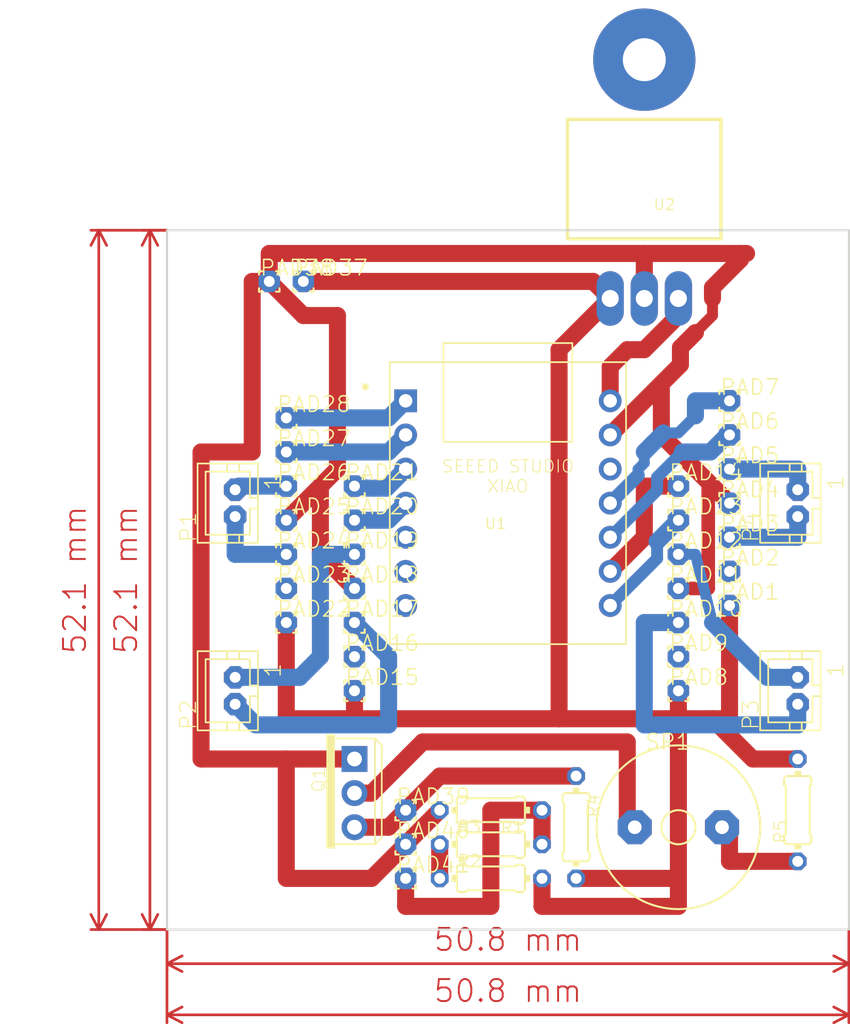
<source format=kicad_pcb>
(kicad_pcb (version 20211014) (generator pcbnew)
  (layers (0 "F.Cu" signal) (1 "In1.Cu" signal) (2 "In2.Cu" signal) (3 "In3.Cu" signal) (4 "In4.Cu" signal) (5 "In5.Cu" signal) (6 "In6.Cu" signal) (7 "In7.Cu" signal) (8 "In8.Cu" signal) (9 "In9.Cu" signal) (10 "In10.Cu" signal) (11 "In11.Cu" signal) (12 "In12.Cu" signal) (13 "In13.Cu" signal) (14 "In14.Cu" signal) (31 "B.Cu" signal) (34 "B.Paste" user) (35 "F.Paste" user) (36 "B.SilkS" user "B.Silkscreen") (37 "F.SilkS" user "F.Silkscreen") (38 "B.Mask" user) (39 "F.Mask" user) (44 "Edge.Cuts" user))
  (net 0 "")
  (net 1 "GND")
  (net 2 "VCC")
  (net 3 "IN7")
  (net 4 "IN8")
  (net 5 "IN5")
  (net 6 "IN6")
  (net 7 "IN3")
  (net 8 "IN4")
  (net 9 "IN1")
  (net 10 "IN2")
  (net 11 "GNDM1")
  (net 12 "VCCM1")
  (net 13 "GNDM2")
  (net 14 "VCCM2")
  (net 15 "GNDM3")
  (net 16 "VCCM3")
  (net 17 "GNDM4")
  (net 18 "VCCM4")
  (net 19 "VCC5V")
  (net 20 "SDA")
  (net 21 "SCL")
  (net 22 "VOUT")
  (net 23 "REFV")
  (net 24 "SERIES")
  (net 25 "BPOS")
  (net 26 "DRAIN")
  (footprint "MSoRo_v4.0_big_mode_RSC:1,6_0,8" (layer "F.Cu") (at 140.8811 122.1486)
    (fp_text reference "PAD39" (at -0.762 -1.016) (layer "F.SilkS") (effects (font (size 1.1557 1.1557) (thickness 0.1143)) (justify left)))
    (fp_text value "")
    (pad "1" thru_hole roundrect (at 0 0) (size 1.6002 1.6002) (drill 0.8128) (layers *.Cu *.Mask) (chamfer_ratio 0.2928932188) (chamfer top_left top_right bottom_left bottom_right) (net 22 "VOUT"))
  )
  (footprint "MSoRo_v4.0_big_mode_RSC:1,6_0,8" (layer "F.Cu") (at 130.7211 82.7786)
    (fp_text reference "PAD38" (at -0.762 -1.016) (layer "F.SilkS") (effects (font (size 1.1557 1.1557) (thickness 0.1143)) (justify left)))
    (fp_text value "")
    (pad "1" thru_hole roundrect (at 0 0) (size 1.6002 1.6002) (drill 0.8128) (layers *.Cu *.Mask) (chamfer_ratio 0.2928932188) (chamfer top_left top_right bottom_left bottom_right) (net 1 "GND"))
  )
  (footprint "MSoRo_v4.0_big_mode_RSC:1,6_0,8" (layer "F.Cu") (at 131.9911 95.4786)
    (fp_text reference "PAD27" (at -0.762 -1.016) (layer "F.SilkS") (effects (font (size 1.1557 1.1557) (thickness 0.1143)) (justify left)))
    (fp_text value "")
    (pad "1" thru_hole roundrect (at 0 0) (size 1.6002 1.6002) (drill 0.8128) (layers *.Cu *.Mask) (chamfer_ratio 0.2928932188) (chamfer top_left top_right bottom_left bottom_right) (net 10 "IN2"))
  )
  (footprint "MSoRo_v4.0_big_mode_RSC:XIAO-GENERIC-THRUHOLE-MODULE14P-2.54-21X17.8MM" (layer "F.Cu") (at 148.5011 99.2886)
    (fp_text reference "U1" (at -1.778 1.524) (layer "F.SilkS") (effects (font (size 0.795122 0.795122) (thickness 0.093878)) (justify left)))
    (fp_text value "XIAO-THRUHOLE")
    (fp_text user "SEEED STUDIO\nXIAO" (at 0 -2) (layer "F.SilkS") (effects (font (size 0.92 0.92) (thickness 0.08))))
    (pad "1" thru_hole rect (at -7.62 -7.62) (size 1.7 1.7) (drill 1) (layers *.Cu *.Mask) (net 9 "IN1"))
    (pad "2" thru_hole circle (at -7.62 -5.08) (size 1.7 1.7) (drill 1) (layers *.Cu *.Mask) (net 10 "IN2"))
    (pad "3" thru_hole circle (at -7.62 -2.54) (size 1.7 1.7) (drill 1) (layers *.Cu *.Mask) (net 7 "IN3"))
    (pad "4" thru_hole circle (at -7.62 0) (size 1.7 1.7) (drill 1) (layers *.Cu *.Mask) (net 8 "IN4"))
    (pad "5" thru_hole circle (at -7.62 2.54) (size 1.7 1.7) (drill 1) (layers *.Cu *.Mask) (net 20 "SDA"))
    (pad "6" thru_hole circle (at -7.62 5.08) (size 1.7 1.7) (drill 1) (layers *.Cu *.Mask) (net 21 "SCL"))
    (pad "7" thru_hole circle (at -7.62 7.62) (size 1.7 1.7) (drill 1) (layers *.Cu *.Mask))
    (pad "8" thru_hole circle (at 7.62 7.62) (size 1.7 1.7) (drill 1) (layers *.Cu *.Mask) (net 6 "IN6"))
    (pad "9" thru_hole circle (at 7.62 5.08) (size 1.7 1.7) (drill 1) (layers *.Cu *.Mask) (net 5 "IN5"))
    (pad "10" thru_hole circle (at 7.62 2.54) (size 1.7 1.7) (drill 1) (layers *.Cu *.Mask) (net 4 "IN8"))
    (pad "11" thru_hole circle (at 7.62 0) (size 1.7 1.7) (drill 1) (layers *.Cu *.Mask) (net 3 "IN7"))
    (pad "12" thru_hole circle (at 7.62 -2.54) (size 1.7 1.7) (drill 1) (layers *.Cu *.Mask))
    (pad "13" thru_hole circle (at 7.62 -5.08) (size 1.7 1.7) (drill 1) (layers *.Cu *.Mask) (net 1 "GND"))
    (pad "14" thru_hole circle (at 7.62 -7.62) (size 1.7 1.7) (drill 1) (layers *.Cu *.Mask) (net 19 "VCC5V"))
  )
  (footprint "MSoRo_v4.0_big_mode_RSC:1,6_0,8" (layer "F.Cu") (at 161.2011 100.5586)
    (fp_text reference "PAD13" (at -0.762 -1.016) (layer "F.SilkS") (effects (font (size 1.1557 1.1557) (thickness 0.1143)) (justify left)))
    (fp_text value "")
    (pad "1" thru_hole roundrect (at 0 0) (size 1.6002 1.6002) (drill 0.8128) (layers *.Cu *.Mask) (chamfer_ratio 0.2928932188) (chamfer top_left top_right bottom_left bottom_right) (net 6 "IN6"))
  )
  (footprint "MSoRo_v4.0_big_mode_RSC:1,6_0,8" (layer "F.Cu") (at 137.0711 98.0186)
    (fp_text reference "PAD21" (at -0.762 -1.016) (layer "F.SilkS") (effects (font (size 1.1557 1.1557) (thickness 0.1143)) (justify left)))
    (fp_text value "")
    (pad "1" thru_hole roundrect (at 0 0) (size 1.6002 1.6002) (drill 0.8128) (layers *.Cu *.Mask) (chamfer_ratio 0.2928932188) (chamfer top_left top_right bottom_left bottom_right) (net 7 "IN3"))
  )
  (footprint "MSoRo_v4.0_big_mode_RSC:JST-PH2" (layer "F.Cu") (at 170.0911 113.2586 90)
    (fp_text reference "P3" (at -3 -3.5001 90) (layer "F.SilkS") (effects (font (size 1.176528 1.176528) (thickness 0.093472)) (justify left)))
    (fp_text value "" hide)
    (fp_text user "1" (at 0.9001 3.4999 90) (layer "F.SilkS") (effects (font (size 1.1684 1.1684) (thickness 0.1016)) (justify left bottom)))
    (pad "1" thru_hole roundrect (at 1 0 90) (size 1.6764 1.6764) (drill 0.8128) (layers *.Cu *.Mask) (chamfer_ratio 0.2928932188) (chamfer top_left top_right bottom_left bottom_right) (net 15 "GNDM3"))
    (pad "2" thru_hole roundrect (at -1 0 90) (size 1.6764 1.6764) (drill 0.8128) (layers *.Cu *.Mask) (chamfer_ratio 0.2928932188) (chamfer top_left top_right bottom_left bottom_right) (net 16 "VCCM3"))
  )
  (footprint "MSoRo_v4.0_big_mode_RSC:1,6_0,8" (layer "F.Cu") (at 161.2011 110.7186)
    (fp_text reference "PAD9" (at -0.762 -1.016) (layer "F.SilkS") (effects (font (size 1.1557 1.1557) (thickness 0.1143)) (justify left)))
    (fp_text value "")
    (pad "1" thru_hole roundrect (at 0 0) (size 1.6002 1.6002) (drill 0.8128) (layers *.Cu *.Mask) (chamfer_ratio 0.2928932188) (chamfer top_left top_right bottom_left bottom_right))
  )
  (footprint "MSoRo_v4.0_big_mode_RSC:JST-PH2" (layer "F.Cu") (at 170.0911 99.2886 90)
    (fp_text reference "P4" (at -3 -3.5001 90) (layer "F.SilkS") (effects (font (size 1.176528 1.176528) (thickness 0.093472)) (justify left)))
    (fp_text value "" hide)
    (fp_text user "1" (at 0.9001 3.4999 90) (layer "F.SilkS") (effects (font (size 1.1684 1.1684) (thickness 0.1016)) (justify left bottom)))
    (pad "1" thru_hole roundrect (at 1 0 90) (size 1.6764 1.6764) (drill 0.8128) (layers *.Cu *.Mask) (chamfer_ratio 0.2928932188) (chamfer top_left top_right bottom_left bottom_right) (net 17 "GNDM4"))
    (pad "2" thru_hole roundrect (at -1 0 90) (size 1.6764 1.6764) (drill 0.8128) (layers *.Cu *.Mask) (chamfer_ratio 0.2928932188) (chamfer top_left top_right bottom_left bottom_right) (net 18 "VCCM4"))
  )
  (footprint "MSoRo_v4.0_big_mode_RSC:0204_7" (layer "F.Cu") (at 153.5811 123.4186 -90)
    (fp_text reference "R4" (at -2.54 -1.2954 90) (layer "F.SilkS") (effects (font (size 0.901446 0.901446) (thickness 0.089154)) (justify right)))
    (fp_text value "470")
    (pad "1" thru_hole roundrect (at -3.81 0 270) (size 1.3208 1.3208) (drill 0.8128) (layers *.Cu *.Mask) (chamfer_ratio 0.2928932188) (chamfer top_left top_right bottom_left bottom_right) (net 22 "VOUT"))
    (pad "2" thru_hole roundrect (at 3.81 0 270) (size 1.3208 1.3208) (drill 0.8128) (layers *.Cu *.Mask) (chamfer_ratio 0.2928932188) (chamfer top_left top_right bottom_left bottom_right) (net 2 "VCC"))
  )
  (footprint "MSoRo_v4.0_big_mode_RSC:1,6_0,8" (layer "F.Cu") (at 165.0111 106.9086)
    (fp_text reference "PAD1" (at -0.762 -1.016) (layer "F.SilkS") (effects (font (size 1.1557 1.1557) (thickness 0.1143)) (justify left)))
    (fp_text value "")
    (pad "1" thru_hole roundrect (at 0 0) (size 1.6002 1.6002) (drill 0.8128) (layers *.Cu *.Mask) (chamfer_ratio 0.2928932188) (chamfer top_left top_right bottom_left bottom_right) (net 2 "VCC"))
  )
  (footprint "MSoRo_v4.0_big_mode_RSC:JST-PH2" (layer "F.Cu") (at 128.1811 99.2886 90)
    (fp_text reference "P1" (at -3 -3.5001 90) (layer "F.SilkS") (effects (font (size 1.176528 1.176528) (thickness 0.093472)) (justify left)))
    (fp_text value "" hide)
    (fp_text user "1" (at 0.9001 3.4999 90) (layer "F.SilkS") (effects (font (size 1.1684 1.1684) (thickness 0.1016)) (justify left bottom)))
    (pad "1" thru_hole roundrect (at 1 0 90) (size 1.6764 1.6764) (drill 0.8128) (layers *.Cu *.Mask) (chamfer_ratio 0.2928932188) (chamfer top_left top_right bottom_left bottom_right) (net 11 "GNDM1"))
    (pad "2" thru_hole roundrect (at -1 0 90) (size 1.6764 1.6764) (drill 0.8128) (layers *.Cu *.Mask) (chamfer_ratio 0.2928932188) (chamfer top_left top_right bottom_left bottom_right) (net 12 "VCCM1"))
  )
  (footprint "MSoRo_v4.0_big_mode_RSC:0204_7" (layer "F.Cu") (at 170.0911 122.1486 90)
    (fp_text reference "R5" (at -2.54 -1.2954 90) (layer "F.SilkS") (effects (font (size 0.901446 0.901446) (thickness 0.089154)) (justify left)))
    (fp_text value "150")
    (pad "1" thru_hole roundrect (at -3.81 0 90) (size 1.3208 1.3208) (drill 0.8128) (layers *.Cu *.Mask) (chamfer_ratio 0.2928932188) (chamfer top_left top_right bottom_left bottom_right) (net 25 "BPOS"))
    (pad "2" thru_hole roundrect (at 3.81 0 90) (size 1.3208 1.3208) (drill 0.8128) (layers *.Cu *.Mask) (chamfer_ratio 0.2928932188) (chamfer top_left top_right bottom_left bottom_right) (net 2 "VCC"))
  )
  (footprint "MSoRo_v4.0_big_mode_RSC:1,6_0,8" (layer "F.Cu") (at 137.0711 103.0986)
    (fp_text reference "PAD19" (at -0.762 -1.016) (layer "F.SilkS") (effects (font (size 1.1557 1.1557) (thickness 0.1143)) (justify left)))
    (fp_text value "")
    (pad "1" thru_hole roundrect (at 0 0) (size 1.6002 1.6002) (drill 0.8128) (layers *.Cu *.Mask) (chamfer_ratio 0.2928932188) (chamfer top_left top_right bottom_left bottom_right) (net 13 "GNDM2"))
  )
  (footprint "MSoRo_v4.0_big_mode_RSC:1,6_0,8" (layer "F.Cu") (at 140.8811 127.2286)
    (fp_text reference "PAD41" (at -0.762 -1.016) (layer "F.SilkS") (effects (font (size 1.1557 1.1557) (thickness 0.1143)) (justify left)))
    (fp_text value "")
    (pad "1" thru_hole roundrect (at 0 0) (size 1.6002 1.6002) (drill 0.8128) (layers *.Cu *.Mask) (chamfer_ratio 0.2928932188) (chamfer top_left top_right bottom_left bottom_right) (net 23 "REFV"))
  )
  (footprint "MSoRo_v4.0_big_mode_RSC:1,6_0,8" (layer "F.Cu") (at 131.9911 103.0986)
    (fp_text reference "PAD24" (at -0.762 -1.016) (layer "F.SilkS") (effects (font (size 1.1557 1.1557) (thickness 0.1143)) (justify left)))
    (fp_text value "")
    (pad "1" thru_hole roundrect (at 0 0) (size 1.6002 1.6002) (drill 0.8128) (layers *.Cu *.Mask) (chamfer_ratio 0.2928932188) (chamfer top_left top_right bottom_left bottom_right) (net 12 "VCCM1"))
  )
  (footprint "MSoRo_v4.0_big_mode_RSC:1,6_0,8" (layer "F.Cu") (at 165.0111 94.2086)
    (fp_text reference "PAD6" (at -0.762 -1.016) (layer "F.SilkS") (effects (font (size 1.1557 1.1557) (thickness 0.1143)) (justify left)))
    (fp_text value "")
    (pad "1" thru_hole roundrect (at 0 0) (size 1.6002 1.6002) (drill 0.8128) (layers *.Cu *.Mask) (chamfer_ratio 0.2928932188) (chamfer top_left top_right bottom_left bottom_right) (net 4 "IN8"))
  )
  (footprint "MSoRo_v4.0_big_mode_RSC:1,6_0,8" (layer "F.Cu") (at 161.2011 98.0186)
    (fp_text reference "PAD14" (at -0.762 -1.016) (layer "F.SilkS") (effects (font (size 1.1557 1.1557) (thickness 0.1143)) (justify left)))
    (fp_text value "")
    (pad "1" thru_hole roundrect (at 0 0) (size 1.6002 1.6002) (drill 0.8128) (layers *.Cu *.Mask) (chamfer_ratio 0.2928932188) (chamfer top_left top_right bottom_left bottom_right) (net 5 "IN5"))
  )
  (footprint "MSoRo_v4.0_big_mode_RSC:0204_7" (layer "F.Cu") (at 147.2311 124.6886)
    (fp_text reference "R3" (at -2.54 -1.2954) (layer "F.SilkS") (effects (font (size 0.901446 0.901446) (thickness 0.089154)) (justify left)))
    (fp_text value "3.4k")
    (pad "1" thru_hole roundrect (at -3.81 0) (size 1.3208 1.3208) (drill 0.8128) (layers *.Cu *.Mask) (chamfer_ratio 0.2928932188) (chamfer top_left top_right bottom_left bottom_right) (net 24 "SERIES"))
    (pad "2" thru_hole roundrect (at 3.81 0) (size 1.3208 1.3208) (drill 0.8128) (layers *.Cu *.Mask) (chamfer_ratio 0.2928932188) (chamfer top_left top_right bottom_left bottom_right) (net 23 "REFV"))
  )
  (footprint "MSoRo_v4.0_big_mode_RSC:TO220_ALT" (layer "F.Cu") (at 137.0711 120.8786)
    (fp_text reference "Q1" (at -2.667 0 90) (layer "F.SilkS") (effects (font (size 0.941222 0.941222) (thickness 0.074778)) (justify left)))
    (fp_text value "IRF510" hide)
    (pad "1" thru_hole rect (at 0 -2.54) (size 1.9304 1.9304) (drill 1.1) (layers *.Cu *.Mask) (net 1 "GND"))
    (pad "2" thru_hole circle (at 0 0) (size 1.9304 1.9304) (drill 1.1) (layers *.Cu *.Mask) (net 26 "DRAIN"))
    (pad "3" thru_hole circle (at 0 2.54) (size 1.9304 1.9304) (drill 1.1) (layers *.Cu *.Mask) (net 22 "VOUT"))
  )
  (footprint "MSoRo_v4.0_big_mode_RSC:JST-PH2" (layer "F.Cu") (at 128.1811 113.2586 90)
    (fp_text reference "P2" (at -3 -3.5001 90) (layer "F.SilkS") (effects (font (size 1.176528 1.176528) (thickness 0.093472)) (justify left)))
    (fp_text value "" hide)
    (fp_text user "1" (at 0.9001 3.4999 90) (layer "F.SilkS") (effects (font (size 1.1684 1.1684) (thickness 0.1016)) (justify left bottom)))
    (pad "1" thru_hole roundrect (at 1 0 90) (size 1.6764 1.6764) (drill 0.8128) (layers *.Cu *.Mask) (chamfer_ratio 0.2928932188) (chamfer top_left top_right bottom_left bottom_right) (net 13 "GNDM2"))
    (pad "2" thru_hole roundrect (at -1 0 90) (size 1.6764 1.6764) (drill 0.8128) (layers *.Cu *.Mask) (chamfer_ratio 0.2928932188) (chamfer top_left top_right bottom_left bottom_right) (net 14 "VCCM2"))
  )
  (footprint "" (layer "F.Cu") (at 171.3611 128.4986)
    (fp_text reference "@HOLE2" hide)
    (fp_text value "" (at 0 0) (layer "F.SilkS") (effects (font (size 1.27 1.27))))
    (pad "" np_thru_hole circle (at 0 0) (size 1 1) (drill 1) (layers *.Cu *.Mask))
  )
  (footprint "MSoRo_v4.0_big_mode_RSC:1,6_0,8" (layer "F.Cu") (at 165.0111 96.7486)
    (fp_text reference "PAD5" (at -0.762 -1.016) (layer "F.SilkS") (effects (font (size 1.1557 1.1557) (thickness 0.1143)) (justify left)))
    (fp_text value "")
    (pad "1" thru_hole roundrect (at 0 0) (size 1.6002 1.6002) (drill 0.8128) (layers *.Cu *.Mask) (chamfer_ratio 0.2928932188) (chamfer top_left top_right bottom_left bottom_right) (net 17 "GNDM4"))
  )
  (footprint "MSoRo_v4.0_big_mode_RSC:1,6_0,8" (layer "F.Cu") (at 137.0711 110.7186)
    (fp_text reference "PAD16" (at -0.762 -1.016) (layer "F.SilkS") (effects (font (size 1.1557 1.1557) (thickness 0.1143)) (justify left)))
    (fp_text value "")
    (pad "1" thru_hole roundrect (at 0 0) (size 1.6002 1.6002) (drill 0.8128) (layers *.Cu *.Mask) (chamfer_ratio 0.2928932188) (chamfer top_left top_right bottom_left bottom_right))
  )
  (footprint "MSoRo_v4.0_big_mode_RSC:1,6_0,8" (layer "F.Cu") (at 140.8811 124.6886)
    (fp_text reference "PAD40" (at -0.762 -1.016) (layer "F.SilkS") (effects (font (size 1.1557 1.1557) (thickness 0.1143)) (justify left)))
    (fp_text value "")
    (pad "1" thru_hole roundrect (at 0 0) (size 1.6002 1.6002) (drill 0.8128) (layers *.Cu *.Mask) (chamfer_ratio 0.2928932188) (chamfer top_left top_right bottom_left bottom_right) (net 1 "GND"))
  )
  (footprint "MSoRo_v4.0_big_mode_RSC:1,6_0,8" (layer "F.Cu") (at 165.0111 104.3686)
    (fp_text reference "PAD2" (at -0.762 -1.016) (layer "F.SilkS") (effects (font (size 1.1557 1.1557) (thickness 0.1143)) (justify left)))
    (fp_text value "")
    (pad "1" thru_hole roundrect (at 0 0) (size 1.6002 1.6002) (drill 0.8128) (layers *.Cu *.Mask) (chamfer_ratio 0.2928932188) (chamfer top_left top_right bottom_left bottom_right))
  )
  (footprint "MSoRo_v4.0_big_mode_RSC:0204_7" (layer "F.Cu") (at 147.2311 122.1486 180)
    (fp_text reference "R1" (at -2.54 -1.295404) (layer "F.SilkS") (effects (font (size 0.901446 0.901446) (thickness 0.089154)) (justify right)))
    (fp_text value "2.55k")
    (pad "1" thru_hole roundrect (at -3.81 0 180) (size 1.3208 1.3208) (drill 0.8128) (layers *.Cu *.Mask) (chamfer_ratio 0.2928932188) (chamfer top_left top_right bottom_left bottom_right) (net 23 "REFV"))
    (pad "2" thru_hole roundrect (at 3.81 0 180) (size 1.3208 1.3208) (drill 0.8128) (layers *.Cu *.Mask) (chamfer_ratio 0.2928932188) (chamfer top_left top_right bottom_left bottom_right) (net 1 "GND"))
  )
  (footprint "MSoRo_v4.0_big_mode_RSC:0204_7" (layer "F.Cu") (at 147.2311 127.2286)
    (fp_text reference "R2" (at -2.54 -1.2954) (layer "F.SilkS") (effects (font (size 0.901446 0.901446) (thickness 0.089154)) (justify left)))
    (fp_text value "3.4k")
    (pad "1" thru_hole roundrect (at -3.81 0) (size 1.3208 1.3208) (drill 0.8128) (layers *.Cu *.Mask) (chamfer_ratio 0.2928932188) (chamfer top_left top_right bottom_left bottom_right) (net 24 "SERIES"))
    (pad "2" thru_hole roundrect (at 3.81 0) (size 1.3208 1.3208) (drill 0.8128) (layers *.Cu *.Mask) (chamfer_ratio 0.2928932188) (chamfer top_left top_right bottom_left bottom_right) (net 2 "VCC"))
  )
  (footprint "MSoRo_v4.0_big_mode_RSC:1,6_0,8" (layer "F.Cu") (at 165.0111 99.2886)
    (fp_text reference "PAD4" (at -0.762 -1.016) (layer "F.SilkS") (effects (font (size 1.1557 1.1557) (thickness 0.1143)) (justify left)))
    (fp_text value "")
    (pad "1" thru_hole roundrect (at 0 0) (size 1.6002 1.6002) (drill 0.8128) (layers *.Cu *.Mask) (chamfer_ratio 0.2928932188) (chamfer top_left top_right bottom_left bottom_right) (net 1 "GND"))
  )
  (footprint "MSoRo_v4.0_big_mode_RSC:1,6_0,8" (layer "F.Cu") (at 161.2011 103.0986)
    (fp_text reference "PAD12" (at -0.762 -1.016) (layer "F.SilkS") (effects (font (size 1.1557 1.1557) (thickness 0.1143)) (justify left)))
    (fp_text value "")
    (pad "1" thru_hole roundrect (at 0 0) (size 1.6002 1.6002) (drill 0.8128) (layers *.Cu *.Mask) (chamfer_ratio 0.2928932188) (chamfer top_left top_right bottom_left bottom_right) (net 15 "GNDM3"))
  )
  (footprint "MSoRo_v4.0_big_mode_RSC:1,6_0,8" (layer "F.Cu") (at 161.2011 108.1786)
    (fp_text reference "PAD10" (at -0.762 -1.016) (layer "F.SilkS") (effects (font (size 1.1557 1.1557) (thickness 0.1143)) (justify left)))
    (fp_text value "")
    (pad "1" thru_hole roundrect (at 0 0) (size 1.6002 1.6002) (drill 0.8128) (layers *.Cu *.Mask) (chamfer_ratio 0.2928932188) (chamfer top_left top_right bottom_left bottom_right) (net 16 "VCCM3"))
  )
  (footprint "MSoRo_v4.0_big_mode_RSC:TO-220" (layer "F.Cu") (at 158.6611 72.6186)
    (fp_text reference "U2" (at 0.635 4.445) (layer "F.SilkS") (effects (font (size 0.801967 0.801967) (thickness 0.087033)) (justify left)))
    (fp_text value "")
    (pad "1" thru_hole oval (at -2.54 11.43 90) (size 4.064 2.032) (drill 1.27) (layers *.Cu *.Mask) (net 2 "VCC"))
    (pad "2" thru_hole oval (at 0 11.43 90) (size 4.064 2.032) (drill 1.27) (layers *.Cu *.Mask) (net 1 "GND"))
    (pad "3" thru_hole oval (at 2.54 11.43 90) (size 4.064 2.032) (drill 1.27) (layers *.Cu *.Mask) (net 19 "VCC5V"))
    (pad "HEAT" thru_hole circle (at 0 -6.35) (size 7.62 7.62) (drill 3.2004) (layers *.Cu *.Mask) (net 1 "GND"))
  )
  (footprint "MSoRo_v4.0_big_mode_RSC:1,6_0,8" (layer "F.Cu") (at 133.2611 82.7786)
    (fp_text reference "PAD37" (at -0.762 -1.016) (layer "F.SilkS") (effects (font (size 1.1557 1.1557) (thickness 0.1143)) (justify left)))
    (fp_text value "")
    (pad "1" thru_hole roundrect (at 0 0) (size 1.6002 1.6002) (drill 0.8128) (layers *.Cu *.Mask) (chamfer_ratio 0.2928932188) (chamfer top_left top_right bottom_left bottom_right) (net 2 "VCC"))
  )
  (footprint "MSoRo_v4.0_big_mode_RSC:1,6_0,8" (layer "F.Cu") (at 131.9911 108.1786)
    (fp_text reference "PAD22" (at -0.762 -1.016) (layer "F.SilkS") (effects (font (size 1.1557 1.1557) (thickness 0.1143)) (justify left)))
    (fp_text value "")
    (pad "1" thru_hole roundrect (at 0 0) (size 1.6002 1.6002) (drill 0.8128) (layers *.Cu *.Mask) (chamfer_ratio 0.2928932188) (chamfer top_left top_right bottom_left bottom_right) (net 2 "VCC"))
  )
  (footprint "MSoRo_v4.0_big_mode_RSC:1,6_0,8" (layer "F.Cu") (at 137.0711 113.2586)
    (fp_text reference "PAD15" (at -0.762 -1.016) (layer "F.SilkS") (effects (font (size 1.1557 1.1557) (thickness 0.1143)) (justify left)))
    (fp_text value "")
    (pad "1" thru_hole roundrect (at 0 0) (size 1.6002 1.6002) (drill 0.8128) (layers *.Cu *.Mask) (chamfer_ratio 0.2928932188) (chamfer top_left top_right bottom_left bottom_right) (net 2 "VCC"))
  )
  (footprint "MSoRo_v4.0_big_mode_RSC:1,6_0,8" (layer "F.Cu") (at 131.9911 105.6386)
    (fp_text reference "PAD23" (at -0.762 -1.016) (layer "F.SilkS") (effects (font (size 1.1557 1.1557) (thickness 0.1143)) (justify left)))
    (fp_text value "")
    (pad "1" thru_hole roundrect (at 0 0) (size 1.6002 1.6002) (drill 0.8128) (layers *.Cu *.Mask) (chamfer_ratio 0.2928932188) (chamfer top_left top_right bottom_left bottom_right))
  )
  (footprint "MSoRo_v4.0_big_mode_RSC:1,6_0,8" (layer "F.Cu") (at 137.0711 105.6386)
    (fp_text reference "PAD18" (at -0.762 -1.016) (layer "F.SilkS") (effects (font (size 1.1557 1.1557) (thickness 0.1143)) (justify left)))
    (fp_text value "")
    (pad "1" thru_hole roundrect (at 0 0) (size 1.6002 1.6002) (drill 0.8128) (layers *.Cu *.Mask) (chamfer_ratio 0.2928932188) (chamfer top_left top_right bottom_left bottom_right) (net 1 "GND"))
  )
  (footprint "MSoRo_v4.0_big_mode_RSC:1,6_0,8" (layer "F.Cu") (at 131.9911 92.9386)
    (fp_text reference "PAD28" (at -0.762 -1.016) (layer "F.SilkS") (effects (font (size 1.1557 1.1557) (thickness 0.1143)) (justify left)))
    (fp_text value "")
    (pad "1" thru_hole roundrect (at 0 0) (size 1.6002 1.6002) (drill 0.8128) (layers *.Cu *.Mask) (chamfer_ratio 0.2928932188) (chamfer top_left top_right bottom_left bottom_right) (net 9 "IN1"))
  )
  (footprint "" (layer "F.Cu") (at 125.6411 81.5086)
    (fp_text reference "@HOLE0" hide)
    (fp_text value "" (at 0 0) (layer "F.SilkS") (effects (font (size 1.27 1.27))))
    (pad "" np_thru_hole circle (at 0 0) (size 1 1) (drill 1) (layers *.Cu *.Mask))
  )
  (footprint "" (layer "F.Cu") (at 171.3611 81.5086)
    (fp_text reference "@HOLE1" hide)
    (fp_text value "" (at 0 0) (layer "F.SilkS") (effects (font (size 1.27 1.27))))
    (pad "" np_thru_hole circle (at 0 0) (size 1 1) (drill 1) (layers *.Cu *.Mask))
  )
  (footprint "MSoRo_v4.0_big_mode_RSC:1,6_0,8" (layer "F.Cu") (at 161.2011 113.2586)
    (fp_text reference "PAD8" (at -0.762 -1.016) (layer "F.SilkS") (effects (font (size 1.1557 1.1557) (thickness 0.1143)) (justify left)))
    (fp_text value "")
    (pad "1" thru_hole roundrect (at 0 0) (size 1.6002 1.6002) (drill 0.8128) (layers *.Cu *.Mask) (chamfer_ratio 0.2928932188) (chamfer top_left top_right bottom_left bottom_right) (net 2 "VCC"))
  )
  (footprint "" (layer "F.Cu") (at 125.6411 128.4986)
    (fp_text reference "@HOLE3" hide)
    (fp_text value "" (at 0 0) (layer "F.SilkS") (effects (font (size 1.27 1.27))))
    (pad "" np_thru_hole circle (at 0 0) (size 1 1) (drill 1) (layers *.Cu *.Mask))
  )
  (footprint "MSoRo_v4.0_big_mode_RSC:1,6_0,8" (layer "F.Cu") (at 131.9911 98.0186)
    (fp_text reference "PAD26" (at -0.762 -1.016) (layer "F.SilkS") (effects (font (size 1.1557 1.1557) (thickness 0.1143)) (justify left)))
    (fp_text value "")
    (pad "1" thru_hole roundrect (at 0 0) (size 1.6002 1.6002) (drill 0.8128) (layers *.Cu *.Mask) (chamfer_ratio 0.2928932188) (chamfer top_left top_right bottom_left bottom_right) (net 11 "GNDM1"))
  )
  (footprint "MSoRo_v4.0_big_mode_RSC:1,6_0,8" (layer "F.Cu") (at 137.0711 108.1786)
    (fp_text reference "PAD17" (at -0.762 -1.016) (layer "F.SilkS") (effects (font (size 1.1557 1.1557) (thickness 0.1143)) (justify left)))
    (fp_text value "")
    (pad "1" thru_hole roundrect (at 0 0) (size 1.6002 1.6002) (drill 0.8128) (layers *.Cu *.Mask) (chamfer_ratio 0.2928932188) (chamfer top_left top_right bottom_left bottom_right) (net 14 "VCCM2"))
  )
  (footprint "MSoRo_v4.0_big_mode_RSC:1,6_0,8" (layer "F.Cu") (at 161.2011 105.6386)
    (fp_text reference "PAD11" (at -0.762 -1.016) (layer "F.SilkS") (effects (font (size 1.1557 1.1557) (thickness 0.1143)) (justify left)))
    (fp_text value "")
    (pad "1" thru_hole roundrect (at 0 0) (size 1.6002 1.6002) (drill 0.8128) (layers *.Cu *.Mask) (chamfer_ratio 0.2928932188) (chamfer top_left top_right bottom_left bottom_right) (net 1 "GND"))
  )
  (footprint "MSoRo_v4.0_big_mode_RSC:1,6_0,8" (layer "F.Cu") (at 165.0111 101.8286)
    (fp_text reference "PAD3" (at -0.762 -1.016) (layer "F.SilkS") (effects (font (size 1.1557 1.1557) (thickness 0.1143)) (justify left)))
    (fp_text value "")
    (pad "1" thru_hole roundrect (at 0 0) (size 1.6002 1.6002) (drill 0.8128) (layers *.Cu *.Mask) (chamfer_ratio 0.2928932188) (chamfer top_left top_right bottom_left bottom_right) (net 18 "VCCM4"))
  )
  (footprint "MSoRo_v4.0_big_mode_RSC:AL60P" (layer "F.Cu") (at 161.2011 123.4186)
    (fp_text reference "SP1" (at -2.54 -6.35) (layer "F.SilkS") (effects (font (size 1.1557 1.1557) (thickness 0.1143)) (justify left)))
    (fp_text value "AL60P")
    (pad "1" thru_hole roundrect (at -3.2512 0) (size 2.54 2.54) (drill 1.016) (layers *.Cu *.Mask) (chamfer_ratio 0.2928932188) (chamfer top_left top_right bottom_left bottom_right) (net 26 "DRAIN"))
    (pad "2" thru_hole roundrect (at 3.2512 0) (size 2.54 2.54) (drill 1.016) (layers *.Cu *.Mask) (chamfer_ratio 0.2928932188) (chamfer top_left top_right bottom_left bottom_right) (net 25 "BPOS"))
  )
  (footprint "MSoRo_v4.0_big_mode_RSC:1,6_0,8" (layer "F.Cu") (at 165.0111 91.6686)
    (fp_text reference "PAD7" (at -0.762 -1.016) (layer "F.SilkS") (effects (font (size 1.1557 1.1557) (thickness 0.1143)) (justify left)))
    (fp_text value "")
    (pad "1" thru_hole roundrect (at 0 0) (size 1.6002 1.6002) (drill 0.8128) (layers *.Cu *.Mask) (chamfer_ratio 0.2928932188) (chamfer top_left top_right bottom_left bottom_right) (net 3 "IN7"))
  )
  (footprint "MSoRo_v4.0_big_mode_RSC:1,6_0,8" (layer "F.Cu") (at 131.9911 100.5586)
    (fp_text reference "PAD25" (at -0.762 -1.016) (layer "F.SilkS") (effects (font (size 1.1557 1.1557) (thickness 0.1143)) (justify left)))
    (fp_text value "")
    (pad "1" thru_hole roundrect (at 0 0) (size 1.6002 1.6002) (drill 0.8128) (layers *.Cu *.Mask) (chamfer_ratio 0.2928932188) (chamfer top_left top_right bottom_left bottom_right) (net 1 "GND"))
  )
  (footprint "MSoRo_v4.0_big_mode_RSC:1,6_0,8" (layer "F.Cu") (at 137.0711 100.5586)
    (fp_text reference "PAD20" (at -0.762 -1.016) (layer "F.SilkS") (effects (font (size 1.1557 1.1557) (thickness 0.1143)) (justify left)))
    (fp_text value "")
    (pad "1" thru_hole roundrect (at 0 0) (size 1.6002 1.6002) (drill 0.8128) (layers *.Cu *.Mask) (chamfer_ratio 0.2928932188) (chamfer top_left top_right bottom_left bottom_right) (net 8 "IN4"))
  )
  (gr_line (start 173.9011 78.9686) (end 173.9011 131.0386) (layer "Edge.Cuts") (width 0.1524))
  (gr_line (start 173.9011 131.0386) (end 123.1011 131.0386) (layer "Edge.Cuts") (width 0.1524))
  (gr_line (start 123.1011 131.0386) (end 123.1011 78.9686) (layer "Edge.Cuts") (width 0.1524))
  (gr_line (start 123.1011 78.9686) (end 173.9011 78.9686) (layer "Edge.Cuts") (width 0.1524))
  (dimension (type aligned) (layer "F.Cu") (pts (xy 123.1011 131.0386) (xy 173.9011 131.0386)) (height 2.54) (gr_text "50.8 mm" (at 148.5011 131.8006) (layer "F.Cu") (effects (font (size 1.63576 1.63576) (thickness 0.14224)))) (format (units 2) (units_format 1) (precision 1)) (style (thickness 0.2) (arrow_length 1.27) (text_position_mode 0) (extension_height 0.58642) (extension_offset 0) keep_text_aligned))
  (dimension (type aligned) (layer "F.Cu") (pts (xy 123.1011 131.0386) (xy 123.1011 78.9686)) (height -1.27) (gr_text "52.1 mm" (at 120.0531 105.0036 90) (layer "F.Cu") (effects (font (size 1.63576 1.63576) (thickness 0.14224)))) (format (units 2) (units_format 1) (precision 1)) (style (thickness 0.2) (arrow_length 1.27) (text_position_mode 0) (extension_height 0.58642) (extension_offset 0) keep_text_aligned))
  (dimension (type aligned) (layer "F.Cu") (pts (xy 123.1011 131.0386) (xy 173.9011 131.0386)) (height 6.35) (gr_text "50.8 mm" (at 148.5011 135.6106) (layer "F.Cu") (effects (font (size 1.63576 1.63576) (thickness 0.14224)))) (format (units 2) (units_format 1) (precision 1)) (style (thickness 0.2) (arrow_length 1.27) (text_position_mode 0) (extension_height 0.58642) (extension_offset 0) keep_text_aligned))
  (dimension (type aligned) (layer "F.Cu") (pts (xy 123.1011 131.0386) (xy 123.1011 78.9686)) (height -5.08) (gr_text "52.1 mm" (at 116.2431 105.0036 90) (layer "F.Cu") (effects (font (size 1.63576 1.63576) (thickness 0.14224)))) (format (units 2) (units_format 1) (precision 1)) (style (thickness 0.2) (arrow_length 1.27) (text_position_mode 0) (extension_height 0.58642) (extension_offset 0) keep_text_aligned))
  (segment (start 165.0111 99.2886) (end 163.4236 97.7011) (width 1.27) (layer "F.Cu") (net 1))
  (segment (start 125.6411 118.3386) (end 125.6411 95.4786) (width 1.27) (layer "F.Cu") (net 1))
  (segment (start 129.4511 82.7786) (end 130.7211 82.7786) (width 1.27) (layer "F.Cu") (net 1))
  (segment (start 163.4236 97.7011) (end 159.9311 94.2086) (width 1.27) (layer "F.Cu") (net 1))
  (segment (start 129.4511 95.4786) (end 129.4511 82.7786) (width 1.27) (layer "F.Cu") (net 1))
  (segment (start 159.9311 94.2086) (end 159.9311 90.3986) (width 1.27) (layer "F.Cu") (net 1))
  (segment (start 143.4211 122.1486) (end 140.8811 124.6886) (width 1.27) (layer "F.Cu") (net 1))
  (segment (start 125.6411 95.4786) (end 129.4511 95.4786) (width 1.27) (layer "F.Cu") (net 1))
  (segment (start 165.8239 80.6958) (end 166.2811 80.6958) (width 1.27) (layer "F.Cu") (net 1))
  (segment (start 130.7211 80.6958) (end 158.6611 80.6958) (width 1.27) (layer "F.Cu") (net 1))
  (segment (start 163.7411 84.0486) (end 163.7411 83.2358) (width 1.27) (layer "F.Cu") (net 1))
  (segment (start 131.9911 118.3386) (end 125.6411 118.3386) (width 1.27) (layer "F.Cu") (net 1))
  (segment (start 134.5311 103.0986) (end 134.5311 98.0186) (width 1.27) (layer "F.Cu") (net 1))
  (segment (start 137.0711 105.6386) (end 134.5311 103.0986) (width 1.27) (layer "F.Cu") (net 1))
  (segment (start 138.3411 127.2286) (end 131.9911 127.2286) (width 1.27) (layer "F.Cu") (net 1))
  (segment (start 130.7211 82.7786) (end 133.2611 85.3186) (width 1.27) (layer "F.Cu") (net 1))
  (segment (start 134.5311 98.0186) (end 131.9911 100.5586) (width 1.27) (layer "F.Cu") (net 1))
  (segment (start 159.9311 90.3986) (end 161.3535 88.9762) (width 1.27) (layer "F.Cu") (net 1))
  (segment (start 140.8811 124.6886) (end 138.3411 127.2286) (width 1.27) (layer "F.Cu") (net 1))
  (segment (start 165.8239 81.153) (end 165.8239 80.6958) (width 1.27) (layer "F.Cu") (net 1))
  (segment (start 158.6611 80.6958) (end 158.6611 84.0486) (width 1.27) (layer "F.Cu") (net 1))
  (segment (start 133.2611 85.3186) (end 135.8011 85.3186) (width 1.27) (layer "F.Cu") (net 1))
  (segment (start 130.7211 82.7786) (end 130.7211 80.6958) (width 1.27) (layer "F.Cu") (net 1))
  (segment (start 137.0711 118.3386) (end 131.9911 118.3386) (width 1.27) (layer "F.Cu") (net 1))
  (segment (start 131.9911 127.2286) (end 131.9911 118.3386) (width 1.27) (layer "F.Cu") (net 1))
  (segment (start 161.3535 88.9762) (end 161.3535 87.7062) (width 1.27) (layer "F.Cu") (net 1))
  (segment (start 161.2011 105.6386) (end 163.4236 105.6386) (width 1.016) (layer "F.Cu") (net 1))
  (segment (start 163.7411 85.3186) (end 163.7411 84.0486) (width 0.8128) (layer "F.Cu") (net 1))
  (segment (start 161.3535 87.7062) (end 162.4711 86.5886) (width 1.27) (layer "F.Cu") (net 1))
  (segment (start 162.4711 86.5886) (end 163.7411 85.3186) (width 0.8128) (layer "F.Cu") (net 1))
  (segment (start 135.8011 96.7486) (end 134.5311 98.0186) (width 1.27) (layer "F.Cu") (net 1))
  (segment (start 135.8011 85.3186) (end 135.8011 96.7486) (width 1.27) (layer "F.Cu") (net 1))
  (segment (start 163.4236 105.6386) (end 163.4236 97.7011) (width 1.016) (layer "F.Cu") (net 1))
  (segment (start 156.1211 94.2086) (end 159.9311 90.3986) (width 1.27) (layer "F.Cu") (net 1))
  (segment (start 158.6611 80.6958) (end 165.8239 80.6958) (width 1.27) (layer "F.Cu") (net 1))
  (segment (start 163.7411 83.2358) (end 165.8239 81.153) (width 1.27) (layer "F.Cu") (net 1))
  (segment (start 161.2011 115.3414) (end 163.7411 115.3414) (width 1.27) (layer "F.Cu") (net 2))
  (segment (start 161.2011 113.2586) (end 161.2011 115.3414) (width 1.27) (layer "F.Cu") (net 2))
  (segment (start 166.7383 118.3386) (end 163.7411 115.3414) (width 1.27) (layer "F.Cu") (net 2))
  (segment (start 170.0911 118.3386) (end 166.7383 118.3386) (width 1.27) (layer "F.Cu") (net 2))
  (segment (start 161.2011 115.3414) (end 161.2011 127.2286) (width 1.27) (layer "F.Cu") (net 2))
  (segment (start 152.3111 115.3414) (end 137.0711 115.3414) (width 1.27) (layer "F.Cu") (net 2))
  (segment (start 161.2011 129.3114) (end 151.0411 129.3114) (width 1.27) (layer "F.Cu") (net 2))
  (segment (start 165.0111 115.3414) (end 165.0111 106.9086) (width 1.27) (layer "F.Cu") (net 2))
  (segment (start 151.0411 129.3114) (end 151.0411 127.2286) (width 1.27) (layer "F.Cu") (net 2))
  (segment (start 137.0711 115.3414) (end 131.9911 115.3414) (width 1.27) (layer "F.Cu") (net 2))
  (segment (start 152.3111 87.8586) (end 156.1211 84.0486) (width 1.27) (layer "F.Cu") (net 2))
  (segment (start 131.9911 115.3414) (end 131.9911 108.1786) (width 1.27) (layer "F.Cu") (net 2))
  (segment (start 152.3111 115.3414) (end 152.3111 87.8586) (width 1.27) (layer "F.Cu") (net 2))
  (segment (start 137.0711 113.2586) (end 137.0711 115.3414) (width 1.27) (layer "F.Cu") (net 2))
  (segment (start 154.8511 82.7786) (end 156.1211 84.0486) (width 1.27) (layer "F.Cu") (net 2))
  (segment (start 161.2011 127.2286) (end 161.2011 129.3114) (width 1.27) (layer "F.Cu") (net 2))
  (segment (start 163.7411 115.3414) (end 165.0111 115.3414) (width 1.27) (layer "F.Cu") (net 2))
  (segment (start 133.2611 82.7786) (end 154.8511 82.7786) (width 1.27) (layer "F.Cu") (net 2))
  (segment (start 152.3111 115.3414) (end 161.2011 115.3414) (width 1.27) (layer "F.Cu") (net 2))
  (segment (start 161.2011 127.2286) (end 153.5811 127.2286) (width 1.27) (layer "F.Cu") (net 2))
  (segment (start 161.2011 94.0562) (end 162.4711 92.7862) (width 0.8128) (layer "B.Cu") (net 3))
  (segment (start 158.1912 96.77185) (end 158.6611 96.30195) (width 0.8128) (layer "B.Cu") (net 3))
  (segment (start 160.0835 94.0562) (end 161.2011 94.0562) (width 0.8128) (layer "B.Cu") (net 3))
  (segment (start 158.6611 96.30195) (end 158.6611 95.4786) (width 0.8128) (layer "B.Cu") (net 3))
  (segment (start 158.6611 95.4786) (end 160.0835 94.0562) (width 1.27) (layer "B.Cu") (net 3))
  (segment (start 162.4711 91.6686) (end 164.8587 91.6686) (width 1.27) (layer "B.Cu") (net 3))
  (segment (start 162.4711 92.7862) (end 162.4711 91.6686) (width 1.27) (layer "B.Cu") (net 3))
  (segment (start 156.1211 99.2886) (end 158.1912 97.2185) (width 1.016) (layer "B.Cu") (net 3))
  (segment (start 158.1912 97.2185) (end 158.1912 96.77185) (width 0.8128) (layer "B.Cu") (net 3))
  (segment (start 159.6136 97.361032) (end 161.496031 95.4786) (width 0.889) (layer "B.Cu") (net 4))
  (segment (start 161.496031 95.4786) (end 163.5887 95.4786) (width 1.27) (layer "B.Cu") (net 4))
  (segment (start 163.5887 95.4786) (end 164.8587 94.2086) (width 1.27) (layer "B.Cu") (net 4))
  (segment (start 159.6136 98.3361) (end 159.6136 97.361032) (width 0.889) (layer "B.Cu") (net 4))
  (segment (start 156.1211 101.8286) (end 159.6136 98.3361) (width 0.889) (layer "B.Cu") (net 4))
  (segment (start 156.1211 104.3686) (end 158.6611 101.8286) (width 1.27) (layer "F.Cu") (net 5))
  (segment (start 158.6611 98.0186) (end 161.2011 98.0186) (width 1.27) (layer "F.Cu") (net 5))
  (segment (start 158.6611 101.8286) (end 158.6611 98.0186) (width 1.27) (layer "F.Cu") (net 5))
  (segment (start 156.1211 106.9086) (end 159.6136 103.4161) (width 0.889) (layer "B.Cu") (net 6))
  (segment (start 159.6136 103.4161) (end 159.6136 102.1461) (width 0.889) (layer "B.Cu") (net 6))
  (segment (start 159.6136 102.1461) (end 161.2011 100.5586) (width 1.27) (layer "B.Cu") (net 6))
  (segment (start 139.4587 98.171) (end 137.751918 98.171) (width 1.27) (layer "B.Cu") (net 7))
  (segment (start 137.0711 98.0186) (end 137.599518 98.0186) (width 1.27) (layer "B.Cu") (net 7))
  (segment (start 140.8811 96.7486) (end 139.4587 98.171) (width 1.27) (layer "B.Cu") (net 7))
  (segment (start 137.599518 98.0186) (end 137.751918 98.171) (width 1.27) (layer "B.Cu") (net 7))
  (segment (start 140.8811 99.2886) (end 139.6111 100.5586) (width 1.27) (layer "B.Cu") (net 8))
  (segment (start 139.6111 100.5586) (end 137.0711 100.5586) (width 1.27) (layer "B.Cu") (net 8))
  (segment (start 139.6111 92.9386) (end 131.9911 92.9386) (width 1.27) (layer "B.Cu") (net 9))
  (segment (start 140.8811 91.6686) (end 139.6111 92.9386) (width 1.27) (layer "B.Cu") (net 9))
  (segment (start 139.6111 95.4786) (end 131.9911 95.4786) (width 1.27) (layer "B.Cu") (net 10))
  (segment (start 140.8811 94.2086) (end 139.6111 95.4786) (width 1.27) (layer "B.Cu") (net 10))
  (segment (start 128.1811 98.2886) (end 128.4511 98.0186) (width 1.27) (layer "B.Cu") (net 11))
  (segment (start 128.4511 98.0186) (end 131.9911 98.0186) (width 1.27) (layer "B.Cu") (net 11))
  (segment (start 128.1811 103.0986) (end 131.9911 103.0986) (width 1.27) (layer "B.Cu") (net 12))
  (segment (start 128.1811 100.2886) (end 128.1811 103.0986) (width 1.27) (layer "B.Cu") (net 12))
  (segment (start 134.5311 103.0986) (end 137.0711 103.0986) (width 1.27) (layer "B.Cu") (net 13))
  (segment (start 128.1811 112.2586) (end 132.9911 112.2586) (width 1.27) (layer "B.Cu") (net 13))
  (segment (start 134.5311 110.7186) (end 134.5311 103.0986) (width 1.27) (layer "B.Cu") (net 13))
  (segment (start 132.9911 112.2586) (end 134.5311 110.7186) (width 1.27) (layer "B.Cu") (net 13))
  (segment (start 139.6111 115.7986) (end 139.6111 110.7186) (width 1.27) (layer "B.Cu") (net 14))
  (segment (start 129.7211 115.7986) (end 139.6111 115.7986) (width 1.27) (layer "B.Cu") (net 14))
  (segment (start 139.6111 110.7186) (end 137.0711 108.1786) (width 1.27) (layer "B.Cu") (net 14))
  (segment (start 128.1811 114.2586) (end 129.7211 115.7986) (width 1.27) (layer "B.Cu") (net 14))
  (segment (start 162.4711 103.0986) (end 161.2011 103.0986) (width 0.8128) (layer "B.Cu") (net 15))
  (segment (start 167.8211 112.2586) (end 163.7411 108.1786) (width 1.27) (layer "B.Cu") (net 15))
  (segment (start 163.7411 108.1786) (end 162.4711 103.0986) (width 0.8128) (layer "B.Cu") (net 15))
  (segment (start 170.0911 112.2586) (end 167.8211 112.2586) (width 1.27) (layer "B.Cu") (net 15))
  (segment (start 170.0911 115.7986) (end 158.6611 115.7986) (width 1.27) (layer "B.Cu") (net 16))
  (segment (start 158.6611 115.7986) (end 158.6611 108.1786) (width 1.27) (layer "B.Cu") (net 16))
  (segment (start 170.0911 114.2586) (end 170.0911 115.7986) (width 1.27) (layer "B.Cu") (net 16))
  (segment (start 158.6611 108.1786) (end 161.2011 108.1786) (width 1.27) (layer "B.Cu") (net 16))
  (segment (start 170.0911 96.7486) (end 165.0111 96.7486) (width 1.27) (layer "B.Cu") (net 17))
  (segment (start 170.0911 98.2886) (end 170.0911 96.7486) (width 1.27) (layer "B.Cu") (net 17))
  (segment (start 170.0911 100.2886) (end 170.0911 101.8286) (width 1.27) (layer "B.Cu") (net 18))
  (segment (start 170.0911 101.8286) (end 165.0111 101.8286) (width 1.27) (layer "B.Cu") (net 18))
  (segment (start 156.1211 91.6686) (end 156.1211 89.1286) (width 1.27) (layer "F.Cu") (net 19))
  (segment (start 156.1211 89.1286) (end 157.3911 87.8586) (width 1.27) (layer "F.Cu") (net 19))
  (segment (start 158.6611 87.8586) (end 161.2011 85.3186) (width 1.27) (layer "F.Cu") (net 19))
  (segment (start 161.2011 85.3186) (end 161.2011 84.0486) (width 1.27) (layer "F.Cu") (net 19))
  (segment (start 157.3911 87.8586) (end 158.6611 87.8586) (width 1.27) (layer "F.Cu") (net 19))
  (segment (start 153.5811 119.6086) (end 143.4211 119.6086) (width 1.27) (layer "F.Cu") (net 22))
  (segment (start 139.6111 123.4186) (end 140.8811 122.1486) (width 1.27) (layer "F.Cu") (net 22))
  (segment (start 143.4211 119.6086) (end 140.8811 122.1486) (width 1.27) (layer "F.Cu") (net 22))
  (segment (start 137.0711 123.4186) (end 139.6111 123.4186) (width 1.27) (layer "F.Cu") (net 22))
  (segment (start 140.8811 127.2286) (end 140.8811 129.3114) (width 1.27) (layer "F.Cu") (net 23))
  (segment (start 147.2311 129.3114) (end 147.2311 122.1486) (width 1.27) (layer "F.Cu") (net 23))
  (segment (start 151.0411 122.1486) (end 151.0411 124.6886) (width 1.27) (layer "F.Cu") (net 23))
  (segment (start 140.8811 129.3114) (end 147.2311 129.3114) (width 1.27) (layer "F.Cu") (net 23))
  (segment (start 147.2311 122.1486) (end 151.0411 122.1486) (width 1.27) (layer "F.Cu") (net 23))
  (segment (start 143.4211 124.6886) (end 143.4211 127.2286) (width 1.27) (layer "F.Cu") (net 24))
  (segment (start 164.4523 123.4186) (end 165.0111 123.9774) (width 1.27) (layer "F.Cu") (net 25))
  (segment (start 165.0111 123.9774) (end 165.0111 125.9586) (width 1.27) (layer "F.Cu") (net 25))
  (segment (start 165.0111 125.9586) (end 170.0911 125.9586) (width 1.27) (layer "F.Cu") (net 25))
  (segment (start 138.3411 120.8786) (end 137.0711 120.8786) (width 1.27) (layer "F.Cu") (net 26))
  (segment (start 157.3911 122.8598) (end 157.3911 117.0686) (width 1.27) (layer "F.Cu") (net 26))
  (segment (start 142.1511 117.0686) (end 138.3411 120.8786) (width 1.27) (layer "F.Cu") (net 26))
  (segment (start 157.3911 117.0686) (end 142.1511 117.0686) (width 1.27) (layer "F.Cu") (net 26))
  (segment (start 157.9499 123.4186) (end 157.3911 122.8598) (width 1.27) (layer "F.Cu") (net 26))
)
</source>
